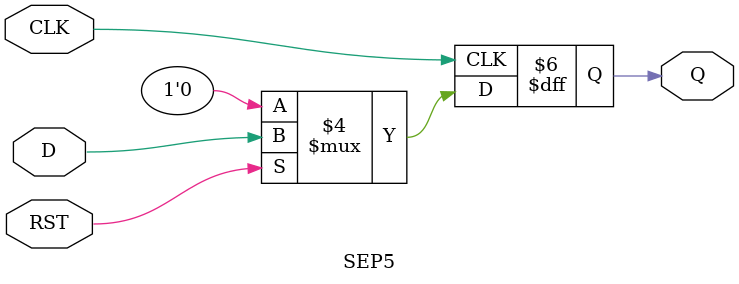
<source format=v>
module SEP5(CLK,RST,D,Q);
	input CLK,RST,D;
	output Q;
	reg Q;
	
	always @(posedge CLK) 
		if(! RST)
			Q <= 1'b0;
		else
			Q <= D;
endmodule
		
</source>
